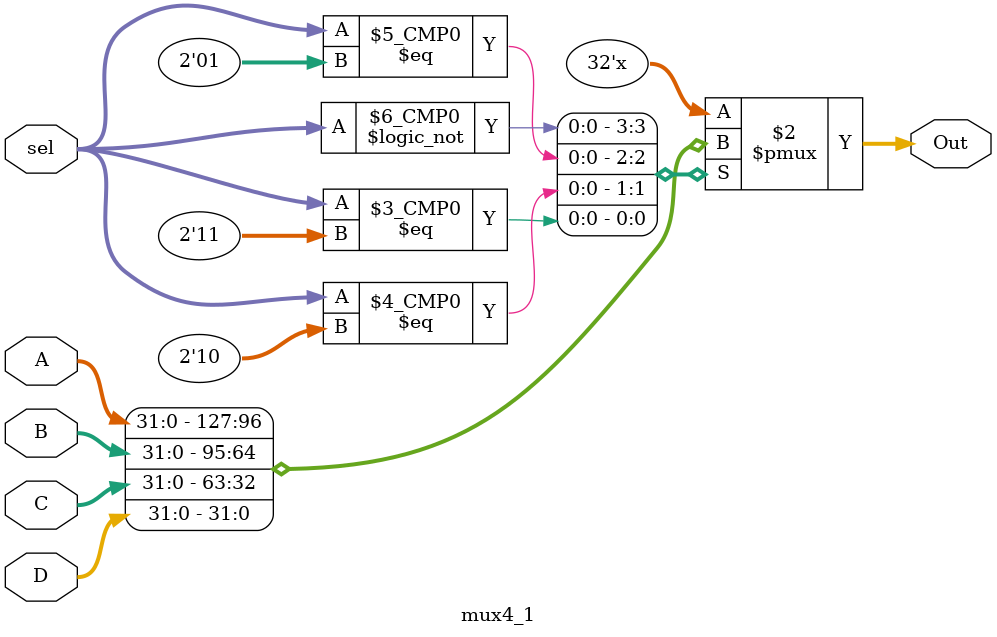
<source format=sv>
module mux4_1 #(parameter N=32)(input [N-1:0] A,B,C,D,input [1:0] sel,output [N-1:0] Out);
	
	always_comb begin
		case(sel)
			0: Out=A;
			1: Out=B;
			2: Out=C;
			3: Out=D;
			default Out=A;
		endcase
	end
	
endmodule 
</source>
